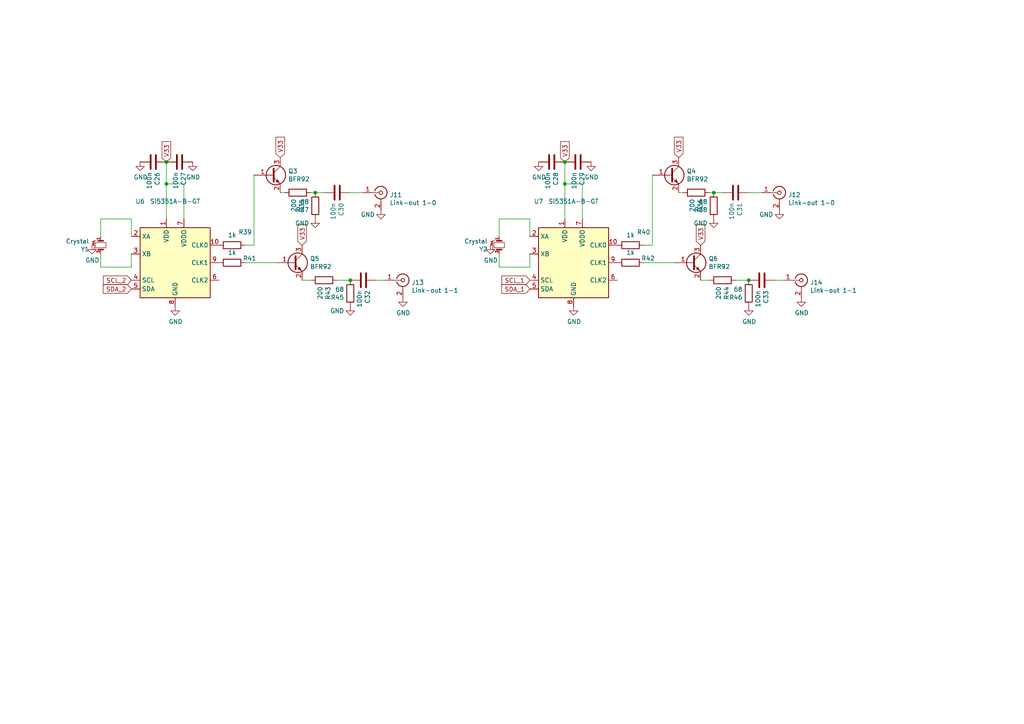
<source format=kicad_sch>
(kicad_sch (version 20230121) (generator eeschema)
  (paper "A4")
  (lib_symbols
    (symbol "Connector:Conn_Coaxial" (pin_names (offset 1.016) hide)
      (property "Reference" "J" (at 0.254 3.048 0))
      (property "Value" "Conn_Coaxial" (at 2.921 0 90))
      (symbol "Conn_Coaxial_0_1"
        (arc (start -1.778 -0.508) (mid 0.2311 -1.8066) (end 1.778 0) (stroke (width 0.254)))
        (polyline (pts (xy -2.54 0) (xy -0.508 0)))
        (polyline (pts (xy 0 -2.54) (xy 0 -1.778)))
        (circle (center 0 0) (radius 0.508) (stroke (width 0.2032)))
        (arc (start 1.778 0) (mid 0.2099 1.8101) (end -1.778 0.508) (stroke (width 0.254)))
      )
      (symbol "Conn_Coaxial_1_1"
        (pin passive line (at -5.08 0 0) (length 2.54) (name "In") (number "1"))
        (pin passive line (at 0 -5.08 90) (length 2.54) (name "Ext") (number "2"))
      )
    )
    (symbol "Device:C" (pin_numbers hide) (pin_names (offset 0.254))
      (property "Reference" "C" (at 0.635 2.54 0))
      (property "Value" "C" (at 0.635 -2.54 0))
      (symbol "C_0_1"
        (polyline (pts (xy -2.032 -0.762) (xy 2.032 -0.762)) (stroke (width 0.508)))
        (polyline (pts (xy -2.032 0.762) (xy 2.032 0.762)) (stroke (width 0.508)))
      )
      (symbol "C_1_1"
        (pin passive line (at 0 3.81 270) (length 2.794) (name "~") (number "1"))
        (pin passive line (at 0 -3.81 90) (length 2.794) (name "~") (number "2"))
      )
    )
    (symbol "Device:Crystal_GND2_Small" (pin_names (offset 1.016) hide)
      (property "Reference" "Y" (at 0 5.08 0))
      (property "Value" "Crystal_GND2_Small" (at 0 3.175 0))
      (symbol "Crystal_GND2_Small_0_1"
        (rectangle (start -0.762 -1.524) (end 0.762 1.524))
        (polyline (pts (xy -1.27 -0.762) (xy -1.27 0.762)) (stroke (width 0.381)))
        (polyline (pts (xy 1.27 -0.762) (xy 1.27 0.762)) (stroke (width 0.381)))
        (polyline (pts (xy -1.27 -1.27) (xy -1.27 -1.905) (xy 1.27 -1.905) (xy 1.27 -1.27)))
      )
      (symbol "Crystal_GND2_Small_1_1"
        (pin passive line (at -2.54 0 0) (length 1.27) (name "1") (number "1"))
        (pin passive line (at 0 -2.54 90) (length 0.635) (name "2") (number "2"))
        (pin passive line (at 2.54 0 180) (length 1.27) (name "3") (number "3"))
      )
    )
    (symbol "Device:R" (pin_numbers hide) (pin_names (offset 0))
      (property "Reference" "R" (at 2.032 0 90))
      (property "Value" "R" (at 0 0 90))
      (symbol "R_0_1"
        (rectangle (start -1.016 -2.54) (end 1.016 2.54) (stroke (width 0.254)))
      )
      (symbol "R_1_1"
        (pin passive line (at 0 3.81 270) (length 1.27) (name "~") (number "1"))
        (pin passive line (at 0 -3.81 90) (length 1.27) (name "~") (number "2"))
      )
    )
    (symbol "ESP32Vfo-rescue:BFR92-Transistor_BJT135" (pin_names (offset 0) hide)
      (property "Reference" "Q" (at 5.08 1.905 0))
      (property "Value" "BFR92-Transistor_BJT135" (at 5.08 0 0))
      (symbol "BFR92-Transistor_BJT135_0_1"
        (polyline (pts (xy 0 0) (xy 0.635 0)))
        (polyline (pts (xy 0.635 0.635) (xy 2.54 2.54)))
        (polyline (pts (xy 2.54 -2.54) (xy 0.635 -0.635)))
        (polyline (pts (xy 0.635 1.905) (xy 0.635 0) (xy 0.635 -1.905) (xy 0.635 -1.905)) (stroke (width 0.508)))
        (polyline (pts (xy 2.286 -2.286) (xy 1.778 -1.27) (xy 1.27 -1.778) (xy 2.286 -2.286) (xy 2.286 -2.286)) (fill (type outline)))
        (circle (center 1.27 0) (radius 2.8194) (stroke (width 0.254)))
      )
      (symbol "BFR92-Transistor_BJT135_1_1"
        (pin input line (at -5.08 0 0) (length 5.08) (name "B") (number "1"))
        (pin passive line (at 2.54 -5.08 90) (length 2.54) (name "E") (number "2"))
        (pin passive line (at 2.54 5.08 270) (length 2.54) (name "C") (number "3"))
      )
    )
    (symbol "Oscillator:Si5351A-B-GT"
      (property "Reference" "U" (at -8.89 11.43 0))
      (property "Value" "Si5351A-B-GT" (at -12.7 -12.7 0))
      (symbol "Si5351A-B-GT_0_1"
        (rectangle (start -10.16 10.16) (end 10.16 -10.16) (stroke (width 0.254)) (fill (type background)))
      )
      (symbol "Si5351A-B-GT_1_1"
        (pin power_in line (at -2.54 12.7 270) (length 2.54) (name "VDD") (number "1"))
        (pin output line (at 12.7 5.08 180) (length 2.54) (name "CLK0") (number "10"))
        (pin input line (at -12.7 7.62 0) (length 2.54) (name "XA") (number "2"))
        (pin input line (at -12.7 2.54 0) (length 2.54) (name "XB") (number "3"))
        (pin input line (at -12.7 -5.08 0) (length 2.54) (name "SCL") (number "4"))
        (pin bidirectional line (at -12.7 -7.62 0) (length 2.54) (name "SDA") (number "5"))
        (pin output line (at 12.7 -5.08 180) (length 2.54) (name "CLK2") (number "6"))
        (pin power_in line (at 2.54 12.7 270) (length 2.54) (name "VDDO") (number "7"))
        (pin power_in line (at 0 -12.7 90) (length 2.54) (name "GND") (number "8"))
        (pin output line (at 12.7 0 180) (length 2.54) (name "CLK1") (number "9"))
      )
    )
    (symbol "power:GND" (power) (pin_names (offset 0))
      (property "Value" "GND" (at 0 -3.81 0))
      (symbol "GND_0_1"
        (polyline (pts (xy 0 0) (xy 0 -1.27) (xy 1.27 -1.27) (xy 0 -2.54) (xy -1.27 -1.27) (xy 0 -1.27)))
      )
      (symbol "GND_1_1"
        (pin power_in line (at 0 0 270) (length 0) hide (name "GND") (number "1"))
      )
    )
  )
  (junction (at 48.26 53.34))
  (junction (at 91.44 55.88))
  (junction (at 163.83 53.34))
  (junction (at 207.01 55.88))
  (junction (at 48.26 46.99))
  (junction (at 101.6 81.28))
  (junction (at 217.17 81.28))
  (junction (at 163.83 46.99))
  (wire (pts (xy 48.26 53.34) (xy 48.26 63.5)))
  (wire (pts (xy 48.26 53.34) (xy 53.34 53.34)))
  (wire (pts (xy 153.67 63.5) (xy 153.67 68.58)))
  (wire (pts (xy 38.1 77.47) (xy 38.1 73.66)))
  (wire (pts (xy 163.83 46.99) (xy 163.83 53.34)))
  (wire (pts (xy 73.66 50.8) (xy 73.66 71.12)))
  (wire (pts (xy 163.83 53.34) (xy 163.83 63.5)))
  (wire (pts (xy 87.63 81.28) (xy 90.17 81.28)))
  (wire (pts (xy 29.21 63.5) (xy 29.21 68.58)))
  (wire (pts (xy 144.78 63.5) (xy 153.67 63.5)))
  (wire (pts (xy 153.67 77.47) (xy 153.67 73.66)))
  (wire (pts (xy 189.23 71.12) (xy 186.69 71.12)))
  (wire (pts (xy 48.26 46.99) (xy 48.26 53.34)))
  (wire (pts (xy 29.21 77.47) (xy 38.1 77.47)))
  (wire (pts (xy 207.01 55.88) (xy 209.55 55.88)))
  (wire (pts (xy 168.91 53.34) (xy 168.91 63.5)))
  (wire (pts (xy 144.78 63.5) (xy 144.78 68.58)))
  (wire (pts (xy 29.21 73.66) (xy 29.21 77.47)))
  (wire (pts (xy 53.34 53.34) (xy 53.34 63.5)))
  (wire (pts (xy 91.44 55.88) (xy 93.98 55.88)))
  (wire (pts (xy 73.66 71.12) (xy 71.12 71.12)))
  (wire (pts (xy 186.69 76.2) (xy 195.58 76.2)))
  (wire (pts (xy 203.2 81.28) (xy 205.74 81.28)))
  (wire (pts (xy 81.28 55.88) (xy 82.55 55.88)))
  (wire (pts (xy 163.83 53.34) (xy 168.91 53.34)))
  (wire (pts (xy 97.79 81.28) (xy 101.6 81.28)))
  (wire (pts (xy 213.36 81.28) (xy 217.17 81.28)))
  (wire (pts (xy 29.21 63.5) (xy 38.1 63.5)))
  (wire (pts (xy 217.17 55.88) (xy 220.98 55.88)))
  (wire (pts (xy 71.12 76.2) (xy 80.01 76.2)))
  (wire (pts (xy 144.78 73.66) (xy 144.78 77.47)))
  (wire (pts (xy 90.17 55.88) (xy 91.44 55.88)))
  (wire (pts (xy 101.6 55.88) (xy 105.41 55.88)))
  (wire (pts (xy 144.78 77.47) (xy 153.67 77.47)))
  (wire (pts (xy 196.85 55.88) (xy 198.12 55.88)))
  (wire (pts (xy 109.22 81.28) (xy 111.76 81.28)))
  (wire (pts (xy 189.23 50.8) (xy 189.23 71.12)))
  (wire (pts (xy 205.74 55.88) (xy 207.01 55.88)))
  (wire (pts (xy 38.1 63.5) (xy 38.1 68.58)))
  (wire (pts (xy 224.79 81.28) (xy 227.33 81.28)))
  (global_label "V33" (shape input) (at 203.2 71.12 90) (property "Intersheetrefs" "${INTERSHEET_REFS}" (effects hide)))
  (global_label "SCL_2" (shape input) (at 38.1 81.28 180) (property "Intersheetrefs" "${INTERSHEET_REFS}" (effects hide)))
  (global_label "V33" (shape input) (at 196.85 45.72 90) (property "Intersheetrefs" "${INTERSHEET_REFS}" (effects hide)))
  (global_label "SCL_1" (shape input) (at 153.67 81.28 180) (property "Intersheetrefs" "${INTERSHEET_REFS}" (effects hide)))
  (global_label "V33" (shape input) (at 48.26 46.99 90) (property "Intersheetrefs" "${INTERSHEET_REFS}" (effects hide)))
  (global_label "SDA_2" (shape input) (at 38.1 83.82 180) (property "Intersheetrefs" "${INTERSHEET_REFS}" (effects hide)))
  (global_label "V33" (shape input) (at 163.83 46.99 90) (property "Intersheetrefs" "${INTERSHEET_REFS}" (effects hide)))
  (global_label "V33" (shape input) (at 81.28 45.72 90) (property "Intersheetrefs" "${INTERSHEET_REFS}" (effects hide)))
  (global_label "SDA_1" (shape input) (at 153.67 83.82 180) (property "Intersheetrefs" "${INTERSHEET_REFS}" (effects hide)))
  (global_label "V33" (shape input) (at 87.63 71.12 90) (property "Intersheetrefs" "${INTERSHEET_REFS}" (effects hide)))
  (symbol (lib_id "Connector:Conn_Coaxial") (at 110.49 55.88 0) (unit 1)
    (property "Reference" "J11" (at 113.03 56.515 0) (effects (justify left)))
    (property "Value" "Link-out 1-0" (at 113.03 58.8264 0) (effects (justify left)))
    (property "Footprint" "Connector_Coaxial:SMA_Amphenol_132134_Vertical" (effects hide))
    (property "Datasheet" " ~" (effects hide))
  )
  (symbol (lib_id "power:GND") (at 116.84 86.36 0) (unit 1)
    (property "Reference" "#PWR0103" (effects hide))
    (property "Value" "GND" (at 116.967 90.7542 0))
  )
  (symbol (lib_id "power:GND") (at 110.49 60.96 0) (unit 1)
    (property "Reference" "#PWR0104" (effects hide))
    (property "Value" "GND" (at 106.68 62.23 0))
  )
  (symbol (lib_id "Connector:Conn_Coaxial") (at 116.84 81.28 0) (unit 1)
    (property "Reference" "J13" (at 119.38 81.915 0) (effects (justify left)))
    (property "Value" "Link-out 1-1" (at 119.38 84.2264 0) (effects (justify left)))
    (property "Footprint" "Connector_Coaxial:SMA_Amphenol_132134_Vertical" (effects hide))
    (property "Datasheet" " ~" (effects hide))
  )
  (symbol (lib_id "Oscillator:Si5351A-B-GT") (at 50.8 76.2 0) (unit 1)
    (property "Reference" "U6" (at 40.64 58.42 0))
    (property "Value" "Si5351A-B-GT" (at 50.8 58.42 0))
    (property "Footprint" "Package_SO:MSOP-10_3x3mm_P0.5mm" (effects hide))
    (property "Datasheet" "https://www.silabs.com/documents/public/data-sheets/Si5351-B.pdf" (effects hide))
  )
  (symbol (lib_id "power:GND") (at 50.8 88.9 0) (unit 1)
    (property "Reference" "#PWR0105" (effects hide))
    (property "Value" "GND" (at 50.927 93.2942 0))
  )
  (symbol (lib_id "Device:Crystal_GND2_Small") (at 29.21 71.12 270) (unit 1)
    (property "Reference" "Y1" (at 25.8826 72.2884 90) (effects (justify right)))
    (property "Value" "Crystal" (at 25.8826 69.977 90) (effects (justify right)))
    (property "Footprint" "Crystal:Crystal_SMD_TXC_7M-4Pin_3.2x2.5mm_HandSoldering" (effects hide))
  )
  (symbol (lib_id "Device:C") (at 44.45 46.99 90) (unit 1)
    (property "Reference" "C26" (at 45.6184 49.911 0) (effects (justify right)))
    (property "Value" "100n" (at 43.307 49.911 0) (effects (justify right)))
    (property "Footprint" "Capacitor_SMD:C_0805_2012Metric" (effects hide))
  )
  (symbol (lib_id "power:GND") (at 40.64 46.99 0) (unit 1)
    (property "Reference" "#PWR0106" (effects hide))
    (property "Value" "GND" (at 40.767 51.3842 0))
  )
  (symbol (lib_id "Device:R") (at 67.31 71.12 270) (unit 1)
    (property "Reference" "R39" (at 71.12 67.31 90))
    (property "Value" "1k" (at 67.31 68.1736 90))
    (property "Footprint" "Resistor_SMD:R_0805_2012Metric" (effects hide))
  )
  (symbol (lib_id "ESP32Vfo-rescue:BFR92-Transistor_BJT135") (at 78.74 50.8 0) (unit 1)
    (property "Reference" "Q3" (at 83.566 49.6316 0) (effects (justify left)))
    (property "Value" "BFR92" (at 83.566 51.943 0) (effects (justify left)))
    (property "Footprint" "Package_TO_SOT_SMD:SOT-23" (effects hide))
  )
  (symbol (lib_id "ESP32Vfo-rescue:BFR92-Transistor_BJT135") (at 85.09 76.2 0) (unit 1)
    (property "Reference" "Q5" (at 89.916 75.0316 0) (effects (justify left)))
    (property "Value" "BFR92" (at 89.916 77.343 0) (effects (justify left)))
    (property "Footprint" "Package_TO_SOT_SMD:SOT-23" (effects hide))
  )
  (symbol (lib_id "Device:R") (at 86.36 55.88 90) (unit 1)
    (property "Reference" "R35" (at 87.5284 57.658 0) (effects (justify right)))
    (property "Value" "200" (at 85.217 57.658 0) (effects (justify right)))
    (property "Footprint" "Resistor_SMD:R_0805_2012Metric" (effects hide))
  )
  (symbol (lib_id "Device:R") (at 93.98 81.28 90) (unit 1)
    (property "Reference" "R43" (at 95.1484 83.058 0) (effects (justify right)))
    (property "Value" "200" (at 92.837 83.058 0) (effects (justify right)))
    (property "Footprint" "Resistor_SMD:R_0805_2012Metric" (effects hide))
  )
  (symbol (lib_id "Device:R") (at 67.31 76.2 270) (unit 1)
    (property "Reference" "R41" (at 72.39 74.93 90))
    (property "Value" "1k" (at 67.31 73.2536 90))
    (property "Footprint" "Resistor_SMD:R_0805_2012Metric" (effects hide))
  )
  (symbol (lib_id "Device:C") (at 52.07 46.99 90) (unit 1)
    (property "Reference" "C27" (at 53.2384 49.911 0) (effects (justify right)))
    (property "Value" "100n" (at 50.927 49.911 0) (effects (justify right)))
    (property "Footprint" "Capacitor_SMD:C_0805_2012Metric" (effects hide))
  )
  (symbol (lib_id "power:GND") (at 55.88 46.99 0) (unit 1)
    (property "Reference" "#PWR0107" (effects hide))
    (property "Value" "GND" (at 56.007 51.3842 0))
  )
  (symbol (lib_id "power:GND") (at 26.67 71.12 0) (unit 1)
    (property "Reference" "#PWR0108" (effects hide))
    (property "Value" "GND" (at 26.797 75.5142 0))
  )
  (symbol (lib_id "Device:R") (at 91.44 59.69 0) (unit 1)
    (property "Reference" "R37" (at 89.662 60.8584 0) (effects (justify right)))
    (property "Value" "68" (at 89.662 58.547 0) (effects (justify right)))
    (property "Footprint" "Resistor_SMD:R_0805_2012Metric" (effects hide))
  )
  (symbol (lib_id "power:GND") (at 91.44 63.5 0) (unit 1)
    (property "Reference" "#PWR0109" (effects hide))
    (property "Value" "GND" (at 87.63 64.77 0))
  )
  (symbol (lib_id "Device:R") (at 101.6 85.09 0) (unit 1)
    (property "Reference" "R45" (at 99.822 86.2584 0) (effects (justify right)))
    (property "Value" "68" (at 99.822 83.947 0) (effects (justify right)))
    (property "Footprint" "Resistor_SMD:R_0805_2012Metric" (effects hide))
  )
  (symbol (lib_id "Device:C") (at 97.79 55.88 90) (unit 1)
    (property "Reference" "C30" (at 98.9584 58.801 0) (effects (justify right)))
    (property "Value" "100n" (at 96.647 58.801 0) (effects (justify right)))
    (property "Footprint" "Capacitor_SMD:C_0805_2012Metric" (effects hide))
  )
  (symbol (lib_id "Device:C") (at 105.41 81.28 90) (unit 1)
    (property "Reference" "C32" (at 106.5784 84.201 0) (effects (justify right)))
    (property "Value" "100n" (at 104.267 84.201 0) (effects (justify right)))
    (property "Footprint" "Capacitor_SMD:C_0805_2012Metric" (effects hide))
  )
  (symbol (lib_id "Connector:Conn_Coaxial") (at 226.06 55.88 0) (unit 1)
    (property "Reference" "J12" (at 228.6 56.515 0) (effects (justify left)))
    (property "Value" "Link-out 1-0" (at 228.6 58.8264 0) (effects (justify left)))
    (property "Footprint" "Connector_Coaxial:SMA_Amphenol_132134_Vertical" (effects hide))
    (property "Datasheet" " ~" (effects hide))
  )
  (symbol (lib_id "power:GND") (at 232.41 86.36 0) (unit 1)
    (property "Reference" "#PWR0110" (effects hide))
    (property "Value" "GND" (at 232.537 90.7542 0))
  )
  (symbol (lib_id "power:GND") (at 226.06 60.96 0) (unit 1)
    (property "Reference" "#PWR0111" (effects hide))
    (property "Value" "GND" (at 222.25 62.23 0))
  )
  (symbol (lib_id "Connector:Conn_Coaxial") (at 232.41 81.28 0) (unit 1)
    (property "Reference" "J14" (at 234.95 81.915 0) (effects (justify left)))
    (property "Value" "Link-out 1-1" (at 234.95 84.2264 0) (effects (justify left)))
    (property "Footprint" "Connector_Coaxial:SMA_Amphenol_132134_Vertical" (effects hide))
    (property "Datasheet" " ~" (effects hide))
  )
  (symbol (lib_id "Oscillator:Si5351A-B-GT") (at 166.37 76.2 0) (unit 1)
    (property "Reference" "U7" (at 156.21 58.42 0))
    (property "Value" "Si5351A-B-GT" (at 166.37 58.42 0))
    (property "Footprint" "Package_SO:MSOP-10_3x3mm_P0.5mm" (effects hide))
    (property "Datasheet" "https://www.silabs.com/documents/public/data-sheets/Si5351-B.pdf" (effects hide))
  )
  (symbol (lib_id "power:GND") (at 166.37 88.9 0) (unit 1)
    (property "Reference" "#PWR0112" (effects hide))
    (property "Value" "GND" (at 166.497 93.2942 0))
  )
  (symbol (lib_id "Device:Crystal_GND2_Small") (at 144.78 71.12 270) (unit 1)
    (property "Reference" "Y2" (at 141.4526 72.2884 90) (effects (justify right)))
    (property "Value" "Crystal" (at 141.4526 69.977 90) (effects (justify right)))
    (property "Footprint" "Crystal:Crystal_SMD_TXC_7M-4Pin_3.2x2.5mm_HandSoldering" (effects hide))
  )
  (symbol (lib_id "Device:C") (at 160.02 46.99 90) (unit 1)
    (property "Reference" "C28" (at 161.1884 49.911 0) (effects (justify right)))
    (property "Value" "100n" (at 158.877 49.911 0) (effects (justify right)))
    (property "Footprint" "Capacitor_SMD:C_0805_2012Metric" (effects hide))
  )
  (symbol (lib_id "power:GND") (at 156.21 46.99 0) (unit 1)
    (property "Reference" "#PWR0113" (effects hide))
    (property "Value" "GND" (at 156.337 51.3842 0))
  )
  (symbol (lib_id "Device:R") (at 182.88 71.12 270) (unit 1)
    (property "Reference" "R40" (at 186.69 67.31 90))
    (property "Value" "1k" (at 182.88 68.1736 90))
    (property "Footprint" "Resistor_SMD:R_0805_2012Metric" (effects hide))
  )
  (symbol (lib_id "ESP32Vfo-rescue:BFR92-Transistor_BJT135") (at 194.31 50.8 0) (unit 1)
    (property "Reference" "Q4" (at 199.136 49.6316 0) (effects (justify left)))
    (property "Value" "BFR92" (at 199.136 51.943 0) (effects (justify left)))
    (property "Footprint" "Package_TO_SOT_SMD:SOT-23" (effects hide))
  )
  (symbol (lib_id "ESP32Vfo-rescue:BFR92-Transistor_BJT135") (at 200.66 76.2 0) (unit 1)
    (property "Reference" "Q6" (at 205.486 75.0316 0) (effects (justify left)))
    (property "Value" "BFR92" (at 205.486 77.343 0) (effects (justify left)))
    (property "Footprint" "Package_TO_SOT_SMD:SOT-23" (effects hide))
  )
  (symbol (lib_id "Device:R") (at 201.93 55.88 90) (unit 1)
    (property "Reference" "R36" (at 203.0984 57.658 0) (effects (justify right)))
    (property "Value" "200" (at 200.787 57.658 0) (effects (justify right)))
    (property "Footprint" "Resistor_SMD:R_0805_2012Metric" (effects hide))
  )
  (symbol (lib_id "Device:R") (at 209.55 81.28 90) (unit 1)
    (property "Reference" "R44" (at 210.7184 83.058 0) (effects (justify right)))
    (property "Value" "200" (at 208.407 83.058 0) (effects (justify right)))
    (property "Footprint" "Resistor_SMD:R_0805_2012Metric" (effects hide))
  )
  (symbol (lib_id "Device:R") (at 182.88 76.2 270) (unit 1)
    (property "Reference" "R42" (at 187.96 74.93 90))
    (property "Value" "1k" (at 182.88 73.2536 90))
    (property "Footprint" "Resistor_SMD:R_0805_2012Metric" (effects hide))
  )
  (symbol (lib_id "Device:C") (at 167.64 46.99 90) (unit 1)
    (property "Reference" "C29" (at 168.8084 49.911 0) (effects (justify right)))
    (property "Value" "100n" (at 166.497 49.911 0) (effects (justify right)))
    (property "Footprint" "Capacitor_SMD:C_0805_2012Metric" (effects hide))
  )
  (symbol (lib_id "power:GND") (at 171.45 46.99 0) (unit 1)
    (property "Reference" "#PWR0114" (effects hide))
    (property "Value" "GND" (at 171.577 51.3842 0))
  )
  (symbol (lib_id "power:GND") (at 142.24 71.12 0) (unit 1)
    (property "Reference" "#PWR0115" (effects hide))
    (property "Value" "GND" (at 142.367 75.5142 0))
  )
  (symbol (lib_id "Device:R") (at 207.01 59.69 0) (unit 1)
    (property "Reference" "R38" (at 205.232 60.8584 0) (effects (justify right)))
    (property "Value" "68" (at 205.232 58.547 0) (effects (justify right)))
    (property "Footprint" "Resistor_SMD:R_0805_2012Metric" (effects hide))
  )
  (symbol (lib_id "power:GND") (at 207.01 63.5 0) (unit 1)
    (property "Reference" "#PWR0116" (effects hide))
    (property "Value" "GND" (at 203.2 64.77 0))
  )
  (symbol (lib_id "Device:R") (at 217.17 85.09 0) (unit 1)
    (property "Reference" "R46" (at 215.392 86.2584 0) (effects (justify right)))
    (property "Value" "68" (at 215.392 83.947 0) (effects (justify right)))
    (property "Footprint" "Resistor_SMD:R_0805_2012Metric" (effects hide))
  )
  (symbol (lib_id "Device:C") (at 213.36 55.88 90) (unit 1)
    (property "Reference" "C31" (at 214.5284 58.801 0) (effects (justify right)))
    (property "Value" "100n" (at 212.217 58.801 0) (effects (justify right)))
    (property "Footprint" "Capacitor_SMD:C_0805_2012Metric" (effects hide))
  )
  (symbol (lib_id "Device:C") (at 220.98 81.28 90) (unit 1)
    (property "Reference" "C33" (at 222.1484 84.201 0) (effects (justify right)))
    (property "Value" "100n" (at 219.837 84.201 0) (effects (justify right)))
    (property "Footprint" "Capacitor_SMD:C_0805_2012Metric" (effects hide))
  )
  (symbol (lib_id "power:GND") (at 101.6 88.9 0) (unit 1)
    (property "Reference" "#PWR0121" (effects hide))
    (property "Value" "GND" (at 97.79 90.17 0))
  )
  (symbol (lib_id "power:GND") (at 217.17 88.9 0) (unit 1)
    (property "Reference" "#PWR0122" (effects hide))
    (property "Value" "GND" (at 217.297 93.2942 0))
  )
)
</source>
